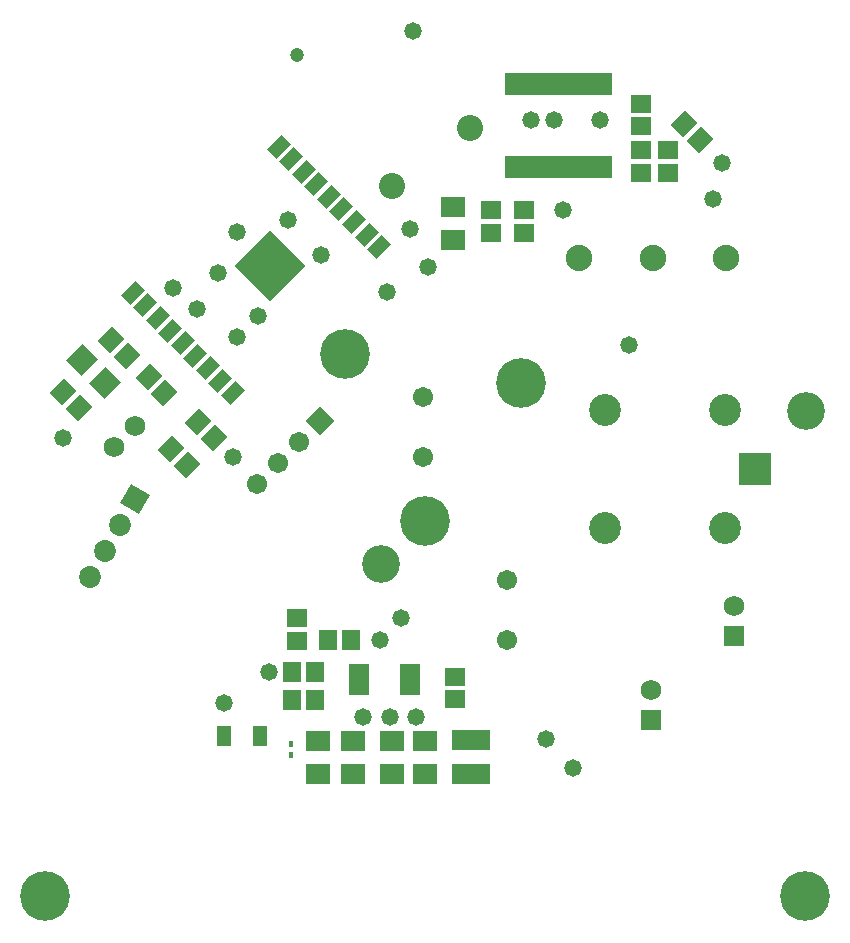
<source format=gts>
G04*
G04 #@! TF.GenerationSoftware,Altium Limited,Altium Designer,21.6.4 (81)*
G04*
G04 Layer_Color=8388736*
%FSLAX24Y24*%
%MOIN*%
G70*
G04*
G04 #@! TF.SameCoordinates,91C8DFC6-6E0A-4D14-B263-8AF1C318984C*
G04*
G04*
G04 #@! TF.FilePolarity,Negative*
G04*
G01*
G75*
%ADD81C,0.0474*%
%ADD82R,0.0611X0.0671*%
%ADD83R,0.0671X0.0277*%
%ADD84R,0.0671X0.0611*%
%ADD85R,0.0789X0.0710*%
%ADD86R,0.1261X0.0690*%
%ADD87R,0.0592X0.0671*%
%ADD88R,0.0671X0.0592*%
%ADD89R,0.0474X0.0710*%
%ADD90R,0.0178X0.0222*%
G04:AMPARAMS|DCode=91|XSize=67.1mil|YSize=43.4mil|CornerRadius=0mil|HoleSize=0mil|Usage=FLASHONLY|Rotation=45.000|XOffset=0mil|YOffset=0mil|HoleType=Round|Shape=Rectangle|*
%AMROTATEDRECTD91*
4,1,4,-0.0084,-0.0391,-0.0391,-0.0084,0.0084,0.0391,0.0391,0.0084,-0.0084,-0.0391,0.0*
%
%ADD91ROTATEDRECTD91*%

%ADD92P,0.2340X4X90.0*%
G04:AMPARAMS|DCode=93|XSize=59.2mil|YSize=67.1mil|CornerRadius=0mil|HoleSize=0mil|Usage=FLASHONLY|Rotation=135.000|XOffset=0mil|YOffset=0mil|HoleType=Round|Shape=Rectangle|*
%AMROTATEDRECTD93*
4,1,4,0.0446,0.0028,-0.0028,-0.0446,-0.0446,-0.0028,0.0028,0.0446,0.0446,0.0028,0.0*
%
%ADD93ROTATEDRECTD93*%

G04:AMPARAMS|DCode=94|XSize=71mil|YSize=78.9mil|CornerRadius=0mil|HoleSize=0mil|Usage=FLASHONLY|Rotation=315.000|XOffset=0mil|YOffset=0mil|HoleType=Round|Shape=Rectangle|*
%AMROTATEDRECTD94*
4,1,4,-0.0530,-0.0028,0.0028,0.0530,0.0530,0.0028,-0.0028,-0.0530,-0.0530,-0.0028,0.0*
%
%ADD94ROTATEDRECTD94*%

G04:AMPARAMS|DCode=95|XSize=67.1mil|YSize=61.1mil|CornerRadius=0mil|HoleSize=0mil|Usage=FLASHONLY|Rotation=225.000|XOffset=0mil|YOffset=0mil|HoleType=Round|Shape=Rectangle|*
%AMROTATEDRECTD95*
4,1,4,0.0021,0.0453,0.0453,0.0021,-0.0021,-0.0453,-0.0453,-0.0021,0.0021,0.0453,0.0*
%
%ADD95ROTATEDRECTD95*%

%ADD96R,0.0277X0.0730*%
%ADD97C,0.1655*%
%ADD98C,0.1261*%
%ADD99C,0.0671*%
%ADD100C,0.0680*%
%ADD101R,0.0680X0.0680*%
%ADD102C,0.0880*%
%ADD103R,0.1064X0.1064*%
%ADD104C,0.1064*%
%ADD105P,0.1032X4X285.0*%
%ADD106C,0.0730*%
%ADD107P,0.0948X4X270.0*%
%ADD108C,0.0867*%
%ADD109C,0.0580*%
G54D81*
X-4250Y12100D02*
D03*
G54D82*
X-3676Y-9400D02*
D03*
X-4424D02*
D03*
X-3224Y-7400D02*
D03*
X-2476D02*
D03*
G54D83*
X-2196Y-8316D02*
D03*
Y-8572D02*
D03*
Y-8828D02*
D03*
Y-9084D02*
D03*
X-504Y-8316D02*
D03*
Y-8572D02*
D03*
Y-8828D02*
D03*
Y-9084D02*
D03*
G54D84*
X-4250Y-6676D02*
D03*
Y-7424D02*
D03*
G54D85*
X0Y-10749D02*
D03*
Y-11851D02*
D03*
X-1100Y-10749D02*
D03*
Y-11851D02*
D03*
X-2400Y-10749D02*
D03*
Y-11851D02*
D03*
X-3550Y-10749D02*
D03*
Y-11851D02*
D03*
X950Y5949D02*
D03*
Y7051D02*
D03*
G54D86*
X1550Y-11861D02*
D03*
Y-10739D02*
D03*
G54D87*
X-4424Y-8450D02*
D03*
X-3676D02*
D03*
G54D88*
X1000Y-9374D02*
D03*
Y-8626D02*
D03*
X7200Y9726D02*
D03*
Y10474D02*
D03*
X3300Y6924D02*
D03*
Y6176D02*
D03*
X8100Y8924D02*
D03*
Y8176D02*
D03*
X7200Y8924D02*
D03*
Y8176D02*
D03*
X2200Y6176D02*
D03*
Y6924D02*
D03*
G54D89*
X-5509Y-10600D02*
D03*
X-6691D02*
D03*
G54D90*
X-4450Y-11227D02*
D03*
Y-10873D02*
D03*
G54D91*
X-9743Y4171D02*
D03*
X-9326Y3754D02*
D03*
X-8908Y3336D02*
D03*
X-8490Y2919D02*
D03*
X-8073Y2501D02*
D03*
X-7655Y2084D02*
D03*
X-7238Y1666D02*
D03*
X-6820Y1248D02*
D03*
X-6403Y831D02*
D03*
X-1531Y5703D02*
D03*
X-1948Y6120D02*
D03*
X-2366Y6538D02*
D03*
X-2784Y6955D02*
D03*
X-3201Y7373D02*
D03*
X-3619Y7790D02*
D03*
X-4036Y8208D02*
D03*
X-4454Y8626D02*
D03*
X-4871Y9043D02*
D03*
G54D92*
X-5161Y5073D02*
D03*
G54D93*
X-11536Y336D02*
D03*
X-12064Y864D02*
D03*
X-8686Y836D02*
D03*
X-9214Y1364D02*
D03*
G54D94*
X-11440Y1940D02*
D03*
X-10660Y1160D02*
D03*
G54D95*
X-9936Y2086D02*
D03*
X-10464Y2614D02*
D03*
X-7936Y-1564D02*
D03*
X-8464Y-1036D02*
D03*
X-7036Y-664D02*
D03*
X-7564Y-136D02*
D03*
X8636Y9814D02*
D03*
X9164Y9286D02*
D03*
G54D96*
X2787Y8362D02*
D03*
X3043D02*
D03*
X3298D02*
D03*
X3554D02*
D03*
X3810D02*
D03*
X4066Y8362D02*
D03*
X4322Y8362D02*
D03*
X4578D02*
D03*
X4834D02*
D03*
X5090D02*
D03*
X5346D02*
D03*
X5602D02*
D03*
X5857D02*
D03*
X6113D02*
D03*
X2787Y11138D02*
D03*
X3043Y11138D02*
D03*
X3298Y11138D02*
D03*
X3554Y11138D02*
D03*
X3810Y11138D02*
D03*
X4066Y11138D02*
D03*
X4322D02*
D03*
X4578D02*
D03*
X4834D02*
D03*
X5090Y11138D02*
D03*
X5346Y11138D02*
D03*
X5602Y11138D02*
D03*
X5857Y11138D02*
D03*
X6113Y11138D02*
D03*
G54D97*
X12663Y-15920D02*
D03*
X-12663D02*
D03*
X0Y-3425D02*
D03*
X-2657Y2146D02*
D03*
X3209Y1161D02*
D03*
G54D98*
X-1450Y-4850D02*
D03*
X12700Y250D02*
D03*
G54D99*
X-50Y700D02*
D03*
Y-1300D02*
D03*
X2750Y-5400D02*
D03*
Y-7400D02*
D03*
X-5611Y-2211D02*
D03*
X-4904Y-1504D02*
D03*
X-4196Y-796D02*
D03*
G54D100*
X7550Y-9050D02*
D03*
X10300Y-6250D02*
D03*
X-10357Y-957D02*
D03*
X-9650Y-250D02*
D03*
G54D101*
X7550Y-10050D02*
D03*
X10300Y-7250D02*
D03*
G54D102*
X7600Y5350D02*
D03*
X10050D02*
D03*
X5150D02*
D03*
G54D103*
X11000Y-1700D02*
D03*
G54D104*
X6000Y-3669D02*
D03*
X10016Y-3668D02*
D03*
X6000Y269D02*
D03*
X10016Y269D02*
D03*
G54D105*
X-9650Y-2700D02*
D03*
G54D106*
X-10150Y-3566D02*
D03*
X-10650Y-4432D02*
D03*
X-11150Y-5298D02*
D03*
G54D107*
X-3489Y-89D02*
D03*
G54D108*
X1496Y9673D02*
D03*
X-1114Y7748D02*
D03*
G54D109*
X9600Y7300D02*
D03*
X4600Y6950D02*
D03*
X6800Y2450D02*
D03*
X4050Y-10700D02*
D03*
X-6250Y6200D02*
D03*
X-6900Y4850D02*
D03*
X-800Y-6650D02*
D03*
X-1150Y-9950D02*
D03*
X-2050D02*
D03*
X-5200Y-8450D02*
D03*
X4950Y-11650D02*
D03*
X-6700Y-9500D02*
D03*
X-1500Y-7400D02*
D03*
X-300Y-9950D02*
D03*
X-5550Y3400D02*
D03*
X5850Y9950D02*
D03*
X3550D02*
D03*
X100Y5050D02*
D03*
X-500Y6300D02*
D03*
X-4550Y6600D02*
D03*
X-3450Y5450D02*
D03*
X-8400Y4350D02*
D03*
X-6250Y2700D02*
D03*
X4300Y9950D02*
D03*
X-1250Y4200D02*
D03*
X-12050Y-650D02*
D03*
X-400Y12900D02*
D03*
X-6400Y-1300D02*
D03*
X9900Y8500D02*
D03*
X-7600Y3650D02*
D03*
M02*

</source>
